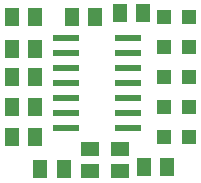
<source format=gbr>
G04 EAGLE Gerber RS-274X export*
G75*
%MOMM*%
%FSLAX34Y34*%
%LPD*%
%INSolderpaste Top*%
%IPPOS*%
%AMOC8*
5,1,8,0,0,1.08239X$1,22.5*%
G01*
%ADD10R,2.200000X0.600000*%
%ADD11R,1.300000X1.500000*%
%ADD12R,1.200000X1.200000*%
%ADD13R,1.500000X1.300000*%
%ADD14R,1.300000X1.600000*%


D10*
X24730Y67310D03*
X-27270Y67310D03*
X24730Y54610D03*
X24730Y80010D03*
X24730Y92710D03*
X-27270Y54610D03*
X-27270Y80010D03*
X-27270Y92710D03*
X24730Y118110D03*
X-27270Y118110D03*
X24730Y105410D03*
X24730Y130810D03*
X-27270Y105410D03*
X-27270Y130810D03*
D11*
X-73000Y46990D03*
X-54000Y46990D03*
X-73000Y72390D03*
X-54000Y72390D03*
X-73000Y97790D03*
X-54000Y97790D03*
X-73000Y121920D03*
X-54000Y121920D03*
X-73000Y148590D03*
X-54000Y148590D03*
D12*
X76540Y46990D03*
X55540Y46990D03*
X76540Y72390D03*
X55540Y72390D03*
X76540Y97790D03*
X55540Y97790D03*
X76540Y123190D03*
X55540Y123190D03*
X76540Y148590D03*
X55540Y148590D03*
D11*
X38760Y21590D03*
X57760Y21590D03*
D13*
X17780Y37440D03*
X17780Y18440D03*
X-7620Y37440D03*
X-7620Y18440D03*
D11*
X-3200Y148590D03*
X-22200Y148590D03*
X37440Y152400D03*
X18440Y152400D03*
D14*
X-29370Y20320D03*
X-49370Y20320D03*
M02*

</source>
